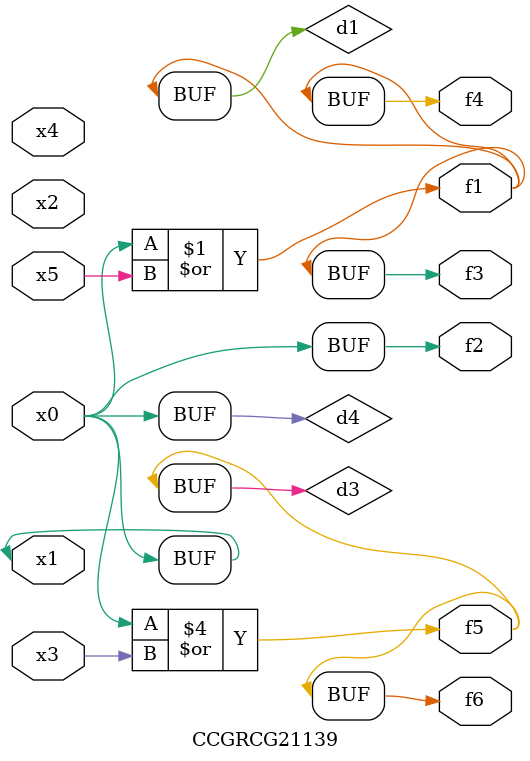
<source format=v>
module CCGRCG21139(
	input x0, x1, x2, x3, x4, x5,
	output f1, f2, f3, f4, f5, f6
);

	wire d1, d2, d3, d4;

	or (d1, x0, x5);
	xnor (d2, x1, x4);
	or (d3, x0, x3);
	buf (d4, x0, x1);
	assign f1 = d1;
	assign f2 = d4;
	assign f3 = d1;
	assign f4 = d1;
	assign f5 = d3;
	assign f6 = d3;
endmodule

</source>
